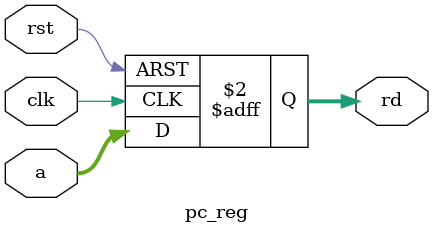
<source format=sv>
module pc_reg #(
    parameter DATA_WIDTH = 32
)(
    input   logic                   clk,
    input   logic                   rst,
    input   logic [DATA_WIDTH-1:0]  a,
    output  logic [DATA_WIDTH-1:0]  rd
);
    always_ff @(posedge clk or posedge rst) begin
        if (rst) rd <= 32'd0;
        else rd <= a;
    end

endmodule
</source>
